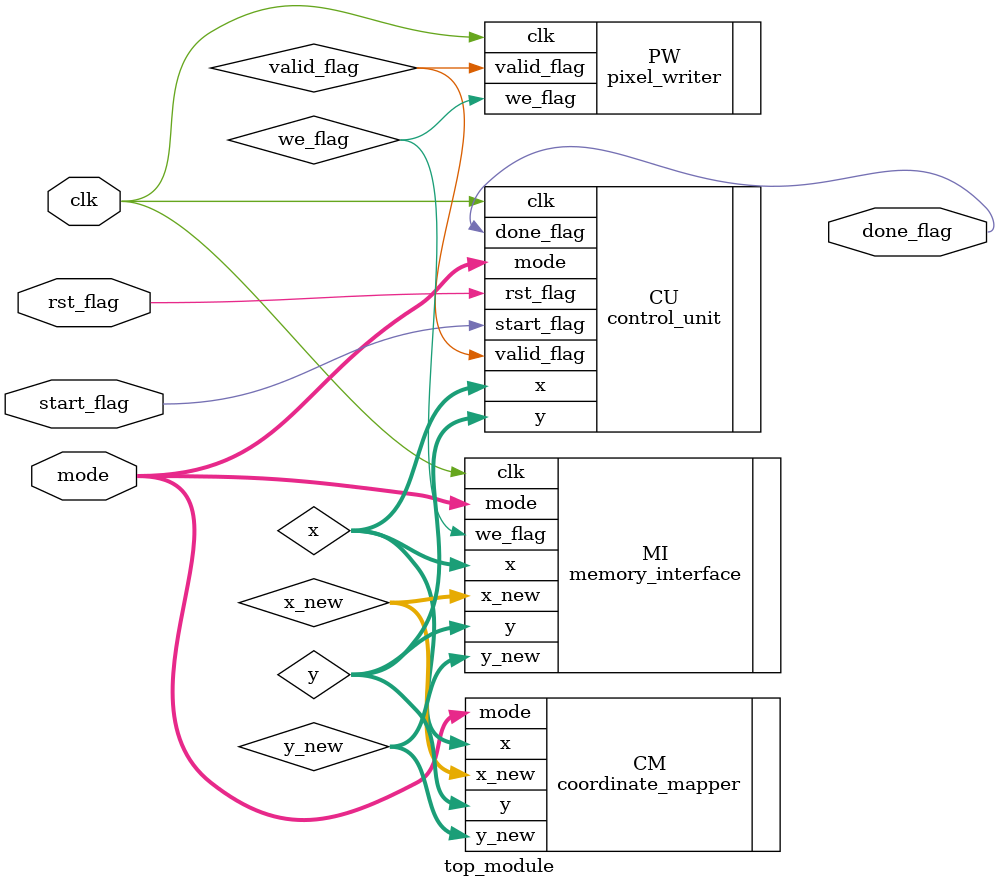
<source format=v>
`timescale 1ns/1ps

`define MAX_HEIGHT 10
`define MAX_WIDTH 10

`define MODE_ROTATE_CW  2'b00
`define MODE_ROTATE_CWW 2'b01
`define MODE_MIRROR_H   2'b10
`define MODE_MIRROR_V   2'b11

module top_module #(
    parameter HEIGHT = `MAX_HEIGHT,
    parameter WIDTH = `MAX_WIDTH
) (
    input clk,
    input rst_flag,
    input start_flag,
    input [1:0] mode,
    output done_flag
);

    wire [9:0] x, y;
    wire [9:0] x_new, y_new;
    wire valid_flag;
    wire we_flag;

    /* CONTROL UNIT */
    control_unit #(
        .HEIGHT(HEIGHT),
        .WIDTH(WIDTH)
    ) CU (
        .clk(clk),
        .rst_flag(rst_flag),
        .start_flag(start_flag),
        .mode(mode),
        .x(x), .y(y),
        .done_flag(done_flag),
        .valid_flag(valid_flag)
    );

    /* COORDINATE MAPPER */
    coordinate_mapper #(
        .HEIGHT(HEIGHT),
        .WIDTH(WIDTH)
    ) CM (
        .mode(mode),
        .x(x), .y(y),
        .x_new(x_new), .y_new(y_new)
    );

    /* PIXEL WRITER */
    pixel_writer PW (
        .clk(clk),
        .valid_flag(valid_flag),
        .we_flag(we_flag)
    );

    /* MEMORY INTERFACE */
    memory_interface #(
        .HEIGHT(HEIGHT),
        .WIDTH(WIDTH)
    ) MI (
        .clk(clk),
        .we_flag(we_flag),
        .mode(mode),            //truyen mode
        .x(x), .y(y),
        .x_new(x_new), .y_new(y_new)
    );

endmodule

</source>
